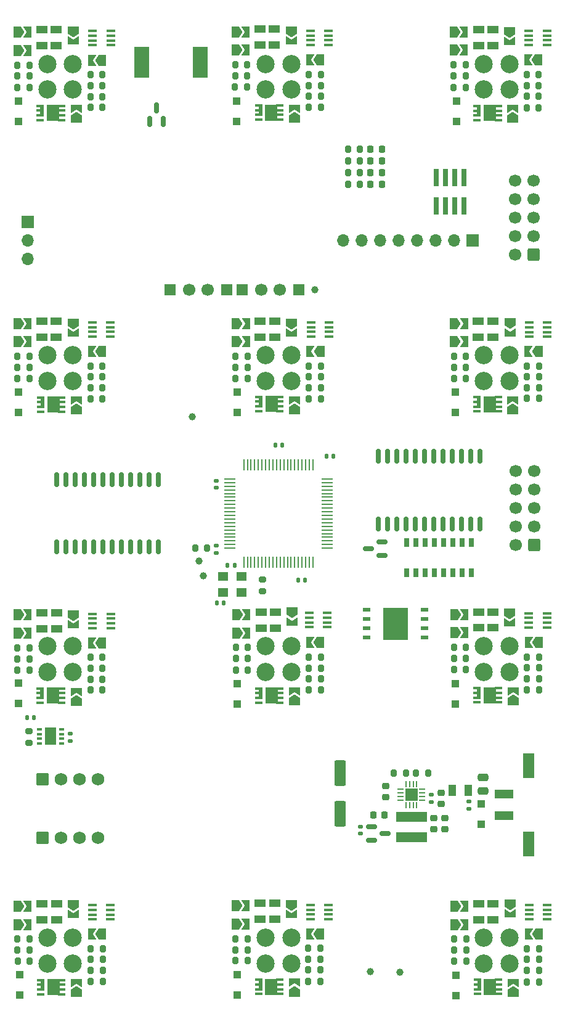
<source format=gts>
G04 #@! TF.GenerationSoftware,KiCad,Pcbnew,6.0.10-86aedd382b~118~ubuntu20.04.1*
G04 #@! TF.CreationDate,2023-01-07T15:43:11+01:00*
G04 #@! TF.ProjectId,IOB_V3,494f425f-5633-42e6-9b69-6361645f7063,rev?*
G04 #@! TF.SameCoordinates,Original*
G04 #@! TF.FileFunction,Soldermask,Top*
G04 #@! TF.FilePolarity,Negative*
%FSLAX46Y46*%
G04 Gerber Fmt 4.6, Leading zero omitted, Abs format (unit mm)*
G04 Created by KiCad (PCBNEW 6.0.10-86aedd382b~118~ubuntu20.04.1) date 2023-01-07 15:43:11*
%MOMM*%
%LPD*%
G01*
G04 APERTURE LIST*
G04 Aperture macros list*
%AMRoundRect*
0 Rectangle with rounded corners*
0 $1 Rounding radius*
0 $2 $3 $4 $5 $6 $7 $8 $9 X,Y pos of 4 corners*
0 Add a 4 corners polygon primitive as box body*
4,1,4,$2,$3,$4,$5,$6,$7,$8,$9,$2,$3,0*
0 Add four circle primitives for the rounded corners*
1,1,$1+$1,$2,$3*
1,1,$1+$1,$4,$5*
1,1,$1+$1,$6,$7*
1,1,$1+$1,$8,$9*
0 Add four rect primitives between the rounded corners*
20,1,$1+$1,$2,$3,$4,$5,0*
20,1,$1+$1,$4,$5,$6,$7,0*
20,1,$1+$1,$6,$7,$8,$9,0*
20,1,$1+$1,$8,$9,$2,$3,0*%
%AMFreePoly0*
4,1,6,1.000000,0.000000,0.500000,-0.750000,-0.500000,-0.750000,-0.500000,0.750000,0.500000,0.750000,1.000000,0.000000,1.000000,0.000000,$1*%
%AMFreePoly1*
4,1,6,0.500000,-0.750000,-0.650000,-0.750000,-0.150000,0.000000,-0.650000,0.750000,0.500000,0.750000,0.500000,-0.750000,0.500000,-0.750000,$1*%
G04 Aperture macros list end*
%ADD10RoundRect,0.062500X0.062500X-0.675000X0.062500X0.675000X-0.062500X0.675000X-0.062500X-0.675000X0*%
%ADD11RoundRect,0.062500X0.675000X-0.062500X0.675000X0.062500X-0.675000X0.062500X-0.675000X-0.062500X0*%
%ADD12R,1.200000X0.450000*%
%ADD13RoundRect,0.062500X0.325000X0.062500X-0.325000X0.062500X-0.325000X-0.062500X0.325000X-0.062500X0*%
%ADD14RoundRect,0.062500X0.062500X0.325000X-0.062500X0.325000X-0.062500X-0.325000X0.062500X-0.325000X0*%
%ADD15R,1.750000X1.750000*%
%ADD16RoundRect,0.140000X-0.140000X-0.170000X0.140000X-0.170000X0.140000X0.170000X-0.140000X0.170000X0*%
%ADD17RoundRect,0.200000X0.200000X0.275000X-0.200000X0.275000X-0.200000X-0.275000X0.200000X-0.275000X0*%
%ADD18RoundRect,0.200000X-0.200000X-0.275000X0.200000X-0.275000X0.200000X0.275000X-0.200000X0.275000X0*%
%ADD19R,0.740000X2.400000*%
%ADD20RoundRect,0.218750X0.218750X0.256250X-0.218750X0.256250X-0.218750X-0.256250X0.218750X-0.256250X0*%
%ADD21RoundRect,0.140000X0.170000X-0.140000X0.170000X0.140000X-0.170000X0.140000X-0.170000X-0.140000X0*%
%ADD22R,1.000000X0.340000*%
%ADD23R,0.500000X1.640000*%
%ADD24R,1.710000X2.290000*%
%ADD25FreePoly0,180.000000*%
%ADD26FreePoly1,180.000000*%
%ADD27R,1.500000X1.000000*%
%ADD28FreePoly0,0.000000*%
%ADD29FreePoly1,0.000000*%
%ADD30FreePoly0,90.000000*%
%ADD31FreePoly1,90.000000*%
%ADD32R,1.000000X0.500000*%
%ADD33R,3.500000X4.500000*%
%ADD34FreePoly0,270.000000*%
%ADD35FreePoly1,270.000000*%
%ADD36R,1.100000X1.100000*%
%ADD37RoundRect,0.150000X0.587500X0.150000X-0.587500X0.150000X-0.587500X-0.150000X0.587500X-0.150000X0*%
%ADD38C,1.000000*%
%ADD39RoundRect,0.150000X0.150000X-0.587500X0.150000X0.587500X-0.150000X0.587500X-0.150000X-0.587500X0*%
%ADD40R,2.000000X4.200000*%
%ADD41RoundRect,0.250000X0.550000X-1.500000X0.550000X1.500000X-0.550000X1.500000X-0.550000X-1.500000X0*%
%ADD42RoundRect,0.225000X0.250000X-0.225000X0.250000X0.225000X-0.250000X0.225000X-0.250000X-0.225000X0*%
%ADD43RoundRect,0.225000X0.225000X0.250000X-0.225000X0.250000X-0.225000X-0.250000X0.225000X-0.250000X0*%
%ADD44RoundRect,0.200000X0.275000X-0.200000X0.275000X0.200000X-0.275000X0.200000X-0.275000X-0.200000X0*%
%ADD45R,0.760000X1.270000*%
%ADD46RoundRect,0.150000X-0.587500X-0.150000X0.587500X-0.150000X0.587500X0.150000X-0.587500X0.150000X0*%
%ADD47RoundRect,0.250000X0.475000X-0.250000X0.475000X0.250000X-0.475000X0.250000X-0.475000X-0.250000X0*%
%ADD48RoundRect,0.250000X0.600000X0.600000X-0.600000X0.600000X-0.600000X-0.600000X0.600000X-0.600000X0*%
%ADD49C,1.700000*%
%ADD50RoundRect,0.150000X-0.150000X0.875000X-0.150000X-0.875000X0.150000X-0.875000X0.150000X0.875000X0*%
%ADD51R,2.540000X1.270000*%
%ADD52R,1.650000X3.430000*%
%ADD53RoundRect,0.140000X0.140000X0.170000X-0.140000X0.170000X-0.140000X-0.170000X0.140000X-0.170000X0*%
%ADD54R,4.200000X1.400000*%
%ADD55RoundRect,0.250000X-0.620000X-0.620000X0.620000X-0.620000X0.620000X0.620000X-0.620000X0.620000X0*%
%ADD56C,1.740000*%
%ADD57R,1.700000X1.700000*%
%ADD58O,1.700000X1.700000*%
%ADD59R,0.650000X0.350000*%
%ADD60R,1.550000X2.400000*%
%ADD61R,1.500000X1.500000*%
%ADD62RoundRect,0.140000X-0.170000X0.140000X-0.170000X-0.140000X0.170000X-0.140000X0.170000X0.140000X0*%
%ADD63R,1.400000X1.200000*%
%ADD64RoundRect,0.225000X-0.250000X0.225000X-0.250000X-0.225000X0.250000X-0.225000X0.250000X0.225000X0*%
%ADD65R,1.000000X1.500000*%
%ADD66C,2.500000*%
G04 APERTURE END LIST*
D10*
X105250000Y-106687500D03*
X105750000Y-106687500D03*
X106250000Y-106687500D03*
X106750000Y-106687500D03*
X107250000Y-106687500D03*
X107750000Y-106687500D03*
X108250000Y-106687500D03*
X108750000Y-106687500D03*
X109250000Y-106687500D03*
X109750000Y-106687500D03*
X110250000Y-106687500D03*
X110750000Y-106687500D03*
X111250000Y-106687500D03*
X111750000Y-106687500D03*
X112250000Y-106687500D03*
X112750000Y-106687500D03*
X113250000Y-106687500D03*
X113750000Y-106687500D03*
X114250000Y-106687500D03*
X114750000Y-106687500D03*
D11*
X116687500Y-104750000D03*
X116687500Y-104250000D03*
X116687500Y-103750000D03*
X116687500Y-103250000D03*
X116687500Y-102750000D03*
X116687500Y-102250000D03*
X116687500Y-101750000D03*
X116687500Y-101250000D03*
X116687500Y-100750000D03*
X116687500Y-100250000D03*
X116687500Y-99750000D03*
X116687500Y-99250000D03*
X116687500Y-98750000D03*
X116687500Y-98250000D03*
X116687500Y-97750000D03*
X116687500Y-97250000D03*
X116687500Y-96750000D03*
X116687500Y-96250000D03*
X116687500Y-95750000D03*
X116687500Y-95250000D03*
D10*
X114750000Y-93312500D03*
X114250000Y-93312500D03*
X113750000Y-93312500D03*
X113250000Y-93312500D03*
X112750000Y-93312500D03*
X112250000Y-93312500D03*
X111750000Y-93312500D03*
X111250000Y-93312500D03*
X110750000Y-93312500D03*
X110250000Y-93312500D03*
X109750000Y-93312500D03*
X109250000Y-93312500D03*
X108750000Y-93312500D03*
X108250000Y-93312500D03*
X107750000Y-93312500D03*
X107250000Y-93312500D03*
X106750000Y-93312500D03*
X106250000Y-93312500D03*
X105750000Y-93312500D03*
X105250000Y-93312500D03*
D11*
X103312500Y-95250000D03*
X103312500Y-95750000D03*
X103312500Y-96250000D03*
X103312500Y-96750000D03*
X103312500Y-97250000D03*
X103312500Y-97750000D03*
X103312500Y-98250000D03*
X103312500Y-98750000D03*
X103312500Y-99250000D03*
X103312500Y-99750000D03*
X103312500Y-100250000D03*
X103312500Y-100750000D03*
X103312500Y-101250000D03*
X103312500Y-101750000D03*
X103312500Y-102250000D03*
X103312500Y-102750000D03*
X103312500Y-103250000D03*
X103312500Y-103750000D03*
X103312500Y-104250000D03*
X103312500Y-104750000D03*
D12*
X144460000Y-153765000D03*
X144460000Y-154415000D03*
X144460000Y-155065000D03*
X144460000Y-155715000D03*
X146960000Y-155715000D03*
X146960000Y-155065000D03*
X146960000Y-154415000D03*
X146960000Y-153765000D03*
X114420000Y-153745000D03*
X114420000Y-154395000D03*
X114420000Y-155045000D03*
X114420000Y-155695000D03*
X116920000Y-155695000D03*
X116920000Y-155045000D03*
X116920000Y-154395000D03*
X116920000Y-153745000D03*
X84430000Y-153795000D03*
X84430000Y-154445000D03*
X84430000Y-155095000D03*
X84430000Y-155745000D03*
X86930000Y-155745000D03*
X86930000Y-155095000D03*
X86930000Y-154445000D03*
X86930000Y-153795000D03*
X144410000Y-113695000D03*
X144410000Y-114345000D03*
X144410000Y-114995000D03*
X144410000Y-115645000D03*
X146910000Y-115645000D03*
X146910000Y-114995000D03*
X146910000Y-114345000D03*
X146910000Y-113695000D03*
X114240000Y-113645000D03*
X114240000Y-114295000D03*
X114240000Y-114945000D03*
X114240000Y-115595000D03*
X116740000Y-115595000D03*
X116740000Y-114945000D03*
X116740000Y-114295000D03*
X116740000Y-113645000D03*
X84450000Y-113775000D03*
X84450000Y-114425000D03*
X84450000Y-115075000D03*
X84450000Y-115725000D03*
X86950000Y-115725000D03*
X86950000Y-115075000D03*
X86950000Y-114425000D03*
X86950000Y-113775000D03*
X144440000Y-73775000D03*
X144440000Y-74425000D03*
X144440000Y-75075000D03*
X144440000Y-75725000D03*
X146940000Y-75725000D03*
X146940000Y-75075000D03*
X146940000Y-74425000D03*
X146940000Y-73775000D03*
X114470000Y-73735000D03*
X114470000Y-74385000D03*
X114470000Y-75035000D03*
X114470000Y-75685000D03*
X116970000Y-75685000D03*
X116970000Y-75035000D03*
X116970000Y-74385000D03*
X116970000Y-73735000D03*
X84440000Y-73735000D03*
X84440000Y-74385000D03*
X84440000Y-75035000D03*
X84440000Y-75685000D03*
X86940000Y-75685000D03*
X86940000Y-75035000D03*
X86940000Y-74385000D03*
X86940000Y-73735000D03*
X144410000Y-33705000D03*
X144410000Y-34355000D03*
X144410000Y-35005000D03*
X144410000Y-35655000D03*
X146910000Y-35655000D03*
X146910000Y-35005000D03*
X146910000Y-34355000D03*
X146910000Y-33705000D03*
X114420000Y-33695000D03*
X114420000Y-34345000D03*
X114420000Y-34995000D03*
X114420000Y-35645000D03*
X116920000Y-35645000D03*
X116920000Y-34995000D03*
X116920000Y-34345000D03*
X116920000Y-33695000D03*
X84450000Y-33725000D03*
X84450000Y-34375000D03*
X84450000Y-35025000D03*
X84450000Y-35675000D03*
X86950000Y-35675000D03*
X86950000Y-35025000D03*
X86950000Y-34375000D03*
X86950000Y-33725000D03*
D13*
X129737500Y-139350000D03*
X129737500Y-138850000D03*
X129737500Y-138350000D03*
X129737500Y-137850000D03*
D14*
X129025000Y-137137500D03*
X128525000Y-137137500D03*
X128025000Y-137137500D03*
X127525000Y-137137500D03*
D13*
X126812500Y-137850000D03*
X126812500Y-138350000D03*
X126812500Y-138850000D03*
X126812500Y-139350000D03*
D14*
X127525000Y-140062500D03*
X128025000Y-140062500D03*
X128525000Y-140062500D03*
X129025000Y-140062500D03*
D15*
X128275000Y-138600000D03*
D16*
X101520000Y-112250000D03*
X102480000Y-112250000D03*
D17*
X85850000Y-164250000D03*
X84200000Y-164250000D03*
D18*
X144175000Y-161250000D03*
X145825000Y-161250000D03*
X134125000Y-119850000D03*
X135775000Y-119850000D03*
D19*
X131670000Y-57750000D03*
X131670000Y-53850000D03*
X132940000Y-57750000D03*
X132940000Y-53850000D03*
X134210000Y-57750000D03*
X134210000Y-53850000D03*
X135480000Y-57750000D03*
X135480000Y-53850000D03*
D20*
X124237500Y-54800000D03*
X122662500Y-54800000D03*
D21*
X101500000Y-105380000D03*
X101500000Y-104420000D03*
D17*
X127525000Y-135650000D03*
X125875000Y-135650000D03*
X145825000Y-124175000D03*
X144175000Y-124175000D03*
X145775000Y-44250000D03*
X144125000Y-44250000D03*
D18*
X84175000Y-122750000D03*
X85825000Y-122750000D03*
X134125000Y-118350000D03*
X135775000Y-118350000D03*
X144175000Y-162750000D03*
X145825000Y-162750000D03*
D22*
X77290000Y-124675000D03*
X77290000Y-124025000D03*
X77290000Y-125325000D03*
D23*
X77540000Y-124675000D03*
D22*
X77290000Y-125975000D03*
X80190000Y-124025000D03*
X80190000Y-125325000D03*
X80190000Y-125975000D03*
D24*
X79035000Y-125000000D03*
D22*
X80190000Y-124675000D03*
D25*
X145750000Y-37700000D03*
D26*
X144300000Y-37700000D03*
D20*
X124237500Y-51550000D03*
X122662500Y-51550000D03*
D27*
X107450000Y-33475000D03*
X107450000Y-35675000D03*
D17*
X75775000Y-41450000D03*
X74125000Y-41450000D03*
D28*
X74125000Y-116450000D03*
D29*
X75575000Y-116450000D03*
D30*
X82250000Y-165875000D03*
D31*
X82250000Y-164425000D03*
D18*
X144125000Y-42700000D03*
X145775000Y-42700000D03*
D27*
X107625000Y-113550000D03*
X107625000Y-115750000D03*
D32*
X130100000Y-117015000D03*
X130100000Y-115745000D03*
X130100000Y-114475000D03*
X130100000Y-113205000D03*
X122100000Y-113205000D03*
X122100000Y-114475000D03*
X122100000Y-115745000D03*
X122100000Y-117015000D03*
D33*
X126100000Y-115110000D03*
D18*
X114175000Y-42700000D03*
X115825000Y-42700000D03*
D17*
X135725000Y-41450000D03*
X134075000Y-41450000D03*
D34*
X141860000Y-153525000D03*
D35*
X141860000Y-154975000D03*
D18*
X104125000Y-78400000D03*
X105775000Y-78400000D03*
X144125000Y-39700000D03*
X145775000Y-39700000D03*
D25*
X145800000Y-77725000D03*
D26*
X144350000Y-77725000D03*
D25*
X145825000Y-117675000D03*
D26*
X144375000Y-117675000D03*
D17*
X105750000Y-161400000D03*
X104100000Y-161400000D03*
D28*
X74150000Y-153950000D03*
D29*
X75600000Y-153950000D03*
D36*
X134325000Y-126125000D03*
X134325000Y-123325000D03*
D25*
X85825000Y-157750000D03*
D26*
X84375000Y-157750000D03*
D28*
X104150000Y-113900000D03*
D29*
X105600000Y-113900000D03*
D18*
X134175000Y-158450000D03*
X135825000Y-158450000D03*
D27*
X107475000Y-153525000D03*
X107475000Y-155725000D03*
D30*
X112250000Y-125850000D03*
D31*
X112250000Y-124400000D03*
D30*
X142250000Y-165875000D03*
D31*
X142250000Y-164425000D03*
D34*
X111830000Y-73765000D03*
D35*
X111830000Y-75215000D03*
D37*
X124262500Y-105775000D03*
X124262500Y-103875000D03*
X122387500Y-104825000D03*
D34*
X111800000Y-33615000D03*
D35*
X111800000Y-35065000D03*
D38*
X99725000Y-108550000D03*
D23*
X77540000Y-44650000D03*
D22*
X77290000Y-45300000D03*
X77290000Y-44000000D03*
X77290000Y-44650000D03*
X77290000Y-45950000D03*
D24*
X79035000Y-44975000D03*
D22*
X80190000Y-45950000D03*
X80190000Y-44650000D03*
X80190000Y-44000000D03*
X80190000Y-45300000D03*
D18*
X114175000Y-82725000D03*
X115825000Y-82725000D03*
D28*
X104125000Y-76400000D03*
D29*
X105575000Y-76400000D03*
D17*
X105800000Y-121475000D03*
X104150000Y-121475000D03*
D36*
X134400000Y-166200000D03*
X134400000Y-163400000D03*
D21*
X121275000Y-143955000D03*
X121275000Y-142995000D03*
D27*
X77500000Y-33525000D03*
X77500000Y-35725000D03*
D28*
X74100000Y-73900000D03*
D29*
X75550000Y-73900000D03*
D18*
X104075000Y-39875000D03*
X105725000Y-39875000D03*
D39*
X92325000Y-46162500D03*
X94225000Y-46162500D03*
X93275000Y-44287500D03*
D18*
X84175000Y-81225000D03*
X85825000Y-81225000D03*
X114175000Y-121225000D03*
X115825000Y-121225000D03*
X134125000Y-78400000D03*
X135775000Y-78400000D03*
D27*
X79525000Y-153575000D03*
X79525000Y-155775000D03*
D17*
X105700000Y-41425000D03*
X104050000Y-41425000D03*
D18*
X104100000Y-158400000D03*
X105750000Y-158400000D03*
D17*
X100225000Y-104750000D03*
X98575000Y-104750000D03*
D34*
X111860000Y-113410000D03*
D35*
X111860000Y-114860000D03*
D27*
X109575000Y-113550000D03*
X109575000Y-115750000D03*
D18*
X144175000Y-119700000D03*
X145825000Y-119700000D03*
D38*
X98200000Y-86700000D03*
D25*
X145825000Y-157750000D03*
D26*
X144375000Y-157750000D03*
D16*
X109610000Y-90600000D03*
X110570000Y-90600000D03*
D28*
X74100000Y-36400000D03*
D29*
X75550000Y-36400000D03*
D21*
X81412500Y-131205000D03*
X81412500Y-130245000D03*
D17*
X75775000Y-81475000D03*
X74125000Y-81475000D03*
D25*
X85775000Y-37725000D03*
D26*
X84325000Y-37725000D03*
D40*
X91250000Y-38000000D03*
X99250000Y-38000000D03*
D18*
X144175000Y-159750000D03*
X145825000Y-159750000D03*
D28*
X104075000Y-36350000D03*
D29*
X105525000Y-36350000D03*
D34*
X81850000Y-153580000D03*
D35*
X81850000Y-155030000D03*
D22*
X137315000Y-125275000D03*
X137315000Y-124625000D03*
D23*
X137565000Y-124625000D03*
D22*
X137315000Y-123975000D03*
X137315000Y-125925000D03*
X140215000Y-124625000D03*
X140215000Y-125925000D03*
X140215000Y-123975000D03*
X140215000Y-125275000D03*
D24*
X139060000Y-124950000D03*
D27*
X109500000Y-153525000D03*
X109500000Y-155725000D03*
D17*
X75825000Y-161475000D03*
X74175000Y-161475000D03*
D18*
X119575000Y-53175000D03*
X121225000Y-53175000D03*
D41*
X118500000Y-141250000D03*
X118500000Y-135650000D03*
D18*
X114125000Y-159700000D03*
X115775000Y-159700000D03*
D30*
X82250000Y-125875000D03*
D31*
X82250000Y-124425000D03*
D42*
X132350000Y-139875000D03*
X132350000Y-138325000D03*
D36*
X134450000Y-46125000D03*
X134450000Y-43325000D03*
D28*
X104075000Y-153850000D03*
D29*
X105525000Y-153850000D03*
D22*
X77340000Y-164050000D03*
D23*
X77590000Y-164700000D03*
D22*
X77340000Y-164700000D03*
X77340000Y-165350000D03*
X77340000Y-166000000D03*
X80240000Y-164700000D03*
D24*
X79085000Y-165025000D03*
D22*
X80240000Y-165350000D03*
X80240000Y-164050000D03*
X80240000Y-166000000D03*
D18*
X114175000Y-39700000D03*
X115825000Y-39700000D03*
D43*
X124575000Y-141400000D03*
X123025000Y-141400000D03*
D18*
X104125000Y-79925000D03*
X105775000Y-79925000D03*
D28*
X74125000Y-76400000D03*
D29*
X75575000Y-76400000D03*
D44*
X75737500Y-131500000D03*
X75737500Y-129850000D03*
D17*
X85825000Y-124250000D03*
X84175000Y-124250000D03*
D28*
X134175000Y-153900000D03*
D29*
X135625000Y-153900000D03*
D27*
X139500000Y-113500000D03*
X139500000Y-115700000D03*
X77500000Y-73550000D03*
X77500000Y-75750000D03*
D18*
X144175000Y-122650000D03*
X145825000Y-122650000D03*
X114125000Y-162675000D03*
X115775000Y-162675000D03*
D22*
X107290000Y-43950000D03*
D23*
X107540000Y-44600000D03*
D22*
X107290000Y-44600000D03*
X107290000Y-45250000D03*
X107290000Y-45900000D03*
D24*
X109035000Y-44925000D03*
D22*
X110190000Y-45250000D03*
X110190000Y-44600000D03*
X110190000Y-45900000D03*
X110190000Y-43950000D03*
D18*
X144175000Y-121175000D03*
X145825000Y-121175000D03*
D17*
X145825000Y-84200000D03*
X144175000Y-84200000D03*
D34*
X81840000Y-73755000D03*
D35*
X81840000Y-75205000D03*
D25*
X115750000Y-157700000D03*
D26*
X114300000Y-157700000D03*
D18*
X84175000Y-39750000D03*
X85825000Y-39750000D03*
D45*
X127605000Y-108100000D03*
X128875000Y-108100000D03*
X130145000Y-108100000D03*
X131415000Y-108100000D03*
X132685000Y-108100000D03*
X133955000Y-108100000D03*
X135225000Y-108100000D03*
X136495000Y-108100000D03*
X136495000Y-104000000D03*
X135225000Y-104000000D03*
X133955000Y-104000000D03*
X132685000Y-104000000D03*
X131415000Y-104000000D03*
X130145000Y-104000000D03*
X128875000Y-104000000D03*
X127605000Y-104000000D03*
D17*
X135775000Y-81450000D03*
X134125000Y-81450000D03*
D22*
X77340000Y-84700000D03*
X77340000Y-84050000D03*
X77340000Y-85350000D03*
D23*
X77590000Y-84700000D03*
D22*
X77340000Y-86000000D03*
X80240000Y-84050000D03*
X80240000Y-84700000D03*
X80240000Y-86000000D03*
D24*
X79085000Y-85025000D03*
D22*
X80240000Y-85350000D03*
D18*
X84200000Y-162750000D03*
X85850000Y-162750000D03*
D38*
X99075000Y-106550000D03*
D18*
X74150000Y-159950000D03*
X75800000Y-159950000D03*
X119575000Y-51550000D03*
X121225000Y-51550000D03*
D17*
X115775000Y-164225000D03*
X114125000Y-164225000D03*
D28*
X134125000Y-116350000D03*
D29*
X135575000Y-116350000D03*
D30*
X142200000Y-45825000D03*
D31*
X142200000Y-44375000D03*
D17*
X145825000Y-164300000D03*
X144175000Y-164300000D03*
D27*
X139475000Y-33525000D03*
X139475000Y-35725000D03*
D30*
X142200000Y-85825000D03*
D31*
X142200000Y-84375000D03*
D18*
X74125000Y-39900000D03*
X75775000Y-39900000D03*
D46*
X122812500Y-142975000D03*
X122812500Y-144875000D03*
X124687500Y-143925000D03*
D18*
X119580000Y-49915000D03*
X121230000Y-49915000D03*
X144175000Y-82725000D03*
X145825000Y-82725000D03*
D17*
X115825000Y-44200000D03*
X114175000Y-44200000D03*
D27*
X79475000Y-73550000D03*
X79475000Y-75750000D03*
D34*
X141780000Y-33700000D03*
D35*
X141780000Y-35150000D03*
D27*
X139500000Y-73550000D03*
X139500000Y-75750000D03*
D25*
X115800000Y-117725000D03*
D26*
X114350000Y-117725000D03*
D47*
X138100000Y-138125000D03*
X138100000Y-136225000D03*
D34*
X81800000Y-33575000D03*
D35*
X81800000Y-35025000D03*
D30*
X82225000Y-45850000D03*
D31*
X82225000Y-44400000D03*
D18*
X134075000Y-39850000D03*
X135725000Y-39850000D03*
D28*
X74125000Y-113900000D03*
D29*
X75575000Y-113900000D03*
D48*
X145112500Y-64460000D03*
D49*
X142572500Y-64460000D03*
X145112500Y-61920000D03*
X142572500Y-61920000D03*
X145112500Y-59380000D03*
X142572500Y-59380000D03*
X145112500Y-56840000D03*
X142572500Y-56840000D03*
X145112500Y-54300000D03*
X142572500Y-54300000D03*
D34*
X141840000Y-73705000D03*
D35*
X141840000Y-75155000D03*
D18*
X144175000Y-79725000D03*
X145825000Y-79725000D03*
X74125000Y-78400000D03*
X75775000Y-78400000D03*
D36*
X134350000Y-86100000D03*
X134350000Y-83300000D03*
D18*
X74125000Y-38400000D03*
X75775000Y-38400000D03*
D36*
X74450000Y-166150000D03*
X74450000Y-163350000D03*
X74300000Y-126100000D03*
X74300000Y-123300000D03*
D27*
X137500000Y-113500000D03*
X137500000Y-115700000D03*
D20*
X124237500Y-53175000D03*
X122662500Y-53175000D03*
D50*
X137735000Y-92100000D03*
X136465000Y-92100000D03*
X135195000Y-92100000D03*
X133925000Y-92100000D03*
X132655000Y-92100000D03*
X131385000Y-92100000D03*
X130115000Y-92100000D03*
X128845000Y-92100000D03*
X127575000Y-92100000D03*
X126305000Y-92100000D03*
X125035000Y-92100000D03*
X123765000Y-92100000D03*
X123765000Y-101400000D03*
X125035000Y-101400000D03*
X126305000Y-101400000D03*
X127575000Y-101400000D03*
X128845000Y-101400000D03*
X130115000Y-101400000D03*
X131385000Y-101400000D03*
X132655000Y-101400000D03*
X133925000Y-101400000D03*
X135195000Y-101400000D03*
X136465000Y-101400000D03*
X137735000Y-101400000D03*
D18*
X74150000Y-158450000D03*
X75800000Y-158450000D03*
X84225000Y-159750000D03*
X85875000Y-159750000D03*
D34*
X141810000Y-113505000D03*
D35*
X141810000Y-114955000D03*
D38*
X126700000Y-162950000D03*
D18*
X104150000Y-118400000D03*
X105800000Y-118400000D03*
D30*
X112200000Y-165825000D03*
D31*
X112200000Y-164375000D03*
D17*
X115825000Y-84250000D03*
X114175000Y-84250000D03*
D18*
X84175000Y-121250000D03*
X85825000Y-121250000D03*
D17*
X75775000Y-121500000D03*
X74125000Y-121500000D03*
D51*
X140980000Y-138500000D03*
X140980000Y-141500000D03*
D52*
X144400000Y-134615000D03*
X144400000Y-145385000D03*
D25*
X115825000Y-77725000D03*
D26*
X114375000Y-77725000D03*
D22*
X107315000Y-83975000D03*
X107315000Y-84625000D03*
D23*
X107565000Y-84625000D03*
D22*
X107315000Y-85275000D03*
X107315000Y-85925000D03*
X110215000Y-83975000D03*
X110215000Y-85275000D03*
X110215000Y-85925000D03*
X110215000Y-84625000D03*
D24*
X109060000Y-84950000D03*
D27*
X79500000Y-113600000D03*
X79500000Y-115800000D03*
D18*
X114175000Y-41225000D03*
X115825000Y-41225000D03*
D53*
X76417500Y-128000000D03*
X75457500Y-128000000D03*
D54*
X128275000Y-141650000D03*
X128275000Y-144450000D03*
D17*
X85825000Y-84250000D03*
X84175000Y-84250000D03*
D27*
X137500000Y-153600000D03*
X137500000Y-155800000D03*
D42*
X124725000Y-138975000D03*
X124725000Y-137425000D03*
D25*
X85800000Y-77725000D03*
D26*
X84350000Y-77725000D03*
D28*
X74100000Y-33900000D03*
D29*
X75550000Y-33900000D03*
D18*
X74150000Y-79900000D03*
X75800000Y-79900000D03*
D28*
X134125000Y-113850000D03*
D29*
X135575000Y-113850000D03*
D17*
X115825000Y-124250000D03*
X114175000Y-124250000D03*
X85825000Y-44225000D03*
X84175000Y-44225000D03*
D25*
X85775000Y-117750000D03*
D26*
X84325000Y-117750000D03*
D55*
X77590000Y-136450000D03*
D56*
X80130000Y-136450000D03*
X82670000Y-136450000D03*
X85210000Y-136450000D03*
D57*
X136725000Y-62450000D03*
D58*
X134185000Y-62450000D03*
X131645000Y-62450000D03*
X129105000Y-62450000D03*
X126565000Y-62450000D03*
X124025000Y-62450000D03*
X121485000Y-62450000D03*
X118945000Y-62450000D03*
D59*
X80237500Y-131575000D03*
X80237500Y-130925000D03*
X80237500Y-130275000D03*
X80237500Y-129625000D03*
X77137500Y-129625000D03*
X77137500Y-130275000D03*
X77137500Y-130925000D03*
X77137500Y-131575000D03*
D60*
X78687500Y-130600000D03*
D36*
X104350000Y-166125000D03*
X104350000Y-163325000D03*
D18*
X144125000Y-41200000D03*
X145775000Y-41200000D03*
X134125000Y-79900000D03*
X135775000Y-79900000D03*
D17*
X105775000Y-81475000D03*
X104125000Y-81475000D03*
D16*
X116620000Y-92100000D03*
X117580000Y-92100000D03*
D27*
X79475000Y-33550000D03*
X79475000Y-35750000D03*
X107475000Y-73550000D03*
X107475000Y-75750000D03*
D34*
X81830000Y-113765000D03*
D35*
X81830000Y-115215000D03*
D18*
X128925000Y-135650000D03*
X130575000Y-135650000D03*
D28*
X134175000Y-156450000D03*
D29*
X135625000Y-156450000D03*
D18*
X74125000Y-119950000D03*
X75775000Y-119950000D03*
D55*
X77590000Y-144550000D03*
D56*
X80130000Y-144550000D03*
X82670000Y-144550000D03*
X85210000Y-144550000D03*
D57*
X75525000Y-59925000D03*
D58*
X75525000Y-62465000D03*
X75525000Y-65005000D03*
D28*
X74150000Y-156450000D03*
D29*
X75600000Y-156450000D03*
D18*
X84175000Y-79725000D03*
X85825000Y-79725000D03*
D27*
X137475000Y-73550000D03*
X137475000Y-75750000D03*
D21*
X101500000Y-96480000D03*
X101500000Y-95520000D03*
D38*
X122675000Y-162900000D03*
D18*
X134075000Y-38350000D03*
X135725000Y-38350000D03*
D36*
X104375000Y-126125000D03*
X104375000Y-123325000D03*
D30*
X112225000Y-45800000D03*
D31*
X112225000Y-44350000D03*
D21*
X130975000Y-139580000D03*
X130975000Y-138620000D03*
D27*
X109450000Y-33475000D03*
X109450000Y-35675000D03*
X139500000Y-153600000D03*
X139500000Y-155800000D03*
D18*
X114125000Y-161200000D03*
X115775000Y-161200000D03*
D38*
X115000000Y-69250000D03*
D18*
X84175000Y-82700000D03*
X85825000Y-82700000D03*
D30*
X142250000Y-125800000D03*
D31*
X142250000Y-124350000D03*
D49*
X100295000Y-69300000D03*
D61*
X102925000Y-69300000D03*
D49*
X97755000Y-69300000D03*
D61*
X95125000Y-69300000D03*
D27*
X137500000Y-33525000D03*
X137500000Y-35725000D03*
D36*
X104300000Y-46150000D03*
X104300000Y-43350000D03*
D22*
X137315000Y-45325000D03*
D23*
X137565000Y-44675000D03*
D22*
X137315000Y-44025000D03*
X137315000Y-44675000D03*
X137315000Y-45975000D03*
D24*
X139060000Y-45000000D03*
D22*
X140215000Y-44675000D03*
X140215000Y-44025000D03*
X140215000Y-45975000D03*
X140215000Y-45325000D03*
D36*
X74325000Y-86150000D03*
X74325000Y-83350000D03*
D28*
X104125000Y-73900000D03*
D29*
X105575000Y-73900000D03*
D18*
X104100000Y-159900000D03*
X105750000Y-159900000D03*
D27*
X77500000Y-113600000D03*
X77500000Y-115800000D03*
D62*
X136150000Y-139570000D03*
X136150000Y-140530000D03*
D18*
X84175000Y-119750000D03*
X85825000Y-119750000D03*
D23*
X137590000Y-164675000D03*
D22*
X137340000Y-164025000D03*
X137340000Y-165325000D03*
X137340000Y-164675000D03*
X137340000Y-165975000D03*
X140240000Y-165325000D03*
X140240000Y-164675000D03*
X140240000Y-164025000D03*
X140240000Y-165975000D03*
D24*
X139085000Y-165000000D03*
D28*
X134075000Y-36350000D03*
D29*
X135525000Y-36350000D03*
D63*
X102380000Y-110850000D03*
X104920000Y-110850000D03*
X104920000Y-108650000D03*
X102380000Y-108650000D03*
D64*
X131325000Y-141825000D03*
X131325000Y-143375000D03*
D65*
X136125000Y-138025000D03*
X133925000Y-138025000D03*
D22*
X137305000Y-84025000D03*
X137305000Y-84675000D03*
D23*
X137555000Y-84675000D03*
D22*
X137305000Y-85325000D03*
X137305000Y-85975000D03*
X140205000Y-84025000D03*
X140205000Y-85975000D03*
X140205000Y-85325000D03*
X140205000Y-84675000D03*
D24*
X139050000Y-85000000D03*
D18*
X144175000Y-81225000D03*
X145825000Y-81225000D03*
X104150000Y-119875000D03*
X105800000Y-119875000D03*
D20*
X124237500Y-49925000D03*
X122662500Y-49925000D03*
D18*
X114175000Y-81225000D03*
X115825000Y-81225000D03*
D27*
X77500000Y-153575000D03*
X77500000Y-155775000D03*
D36*
X137900000Y-139875000D03*
X137900000Y-142675000D03*
D18*
X114175000Y-119725000D03*
X115825000Y-119725000D03*
D36*
X74325000Y-46125000D03*
X74325000Y-43325000D03*
D18*
X84175000Y-41250000D03*
X85825000Y-41250000D03*
D28*
X104150000Y-116400000D03*
D29*
X105600000Y-116400000D03*
D17*
X135825000Y-161500000D03*
X134175000Y-161500000D03*
D64*
X132875000Y-141825000D03*
X132875000Y-143375000D03*
D53*
X103980000Y-107100000D03*
X103020000Y-107100000D03*
D30*
X112250000Y-85850000D03*
D31*
X112250000Y-84400000D03*
D28*
X134100000Y-73900000D03*
D29*
X135550000Y-73900000D03*
D18*
X104075000Y-38350000D03*
X105725000Y-38350000D03*
X119575000Y-54800000D03*
X121225000Y-54800000D03*
D27*
X109500000Y-73550000D03*
X109500000Y-75750000D03*
D30*
X82250000Y-85850000D03*
D31*
X82250000Y-84400000D03*
D22*
X107290000Y-165325000D03*
D23*
X107540000Y-164675000D03*
D22*
X107290000Y-164675000D03*
X107290000Y-164025000D03*
X107290000Y-165975000D03*
X110190000Y-164025000D03*
X110190000Y-165325000D03*
X110190000Y-164675000D03*
D24*
X109035000Y-165000000D03*
D22*
X110190000Y-165975000D03*
D18*
X134175000Y-159950000D03*
X135825000Y-159950000D03*
D22*
X107315000Y-124000000D03*
X107315000Y-125300000D03*
D23*
X107565000Y-124650000D03*
D22*
X107315000Y-124650000D03*
X107315000Y-125950000D03*
X110215000Y-124650000D03*
D24*
X109060000Y-124975000D03*
D22*
X110215000Y-124000000D03*
X110215000Y-125300000D03*
X110215000Y-125950000D03*
D18*
X84175000Y-42750000D03*
X85825000Y-42750000D03*
D25*
X115775000Y-37675000D03*
D26*
X114325000Y-37675000D03*
D18*
X114175000Y-122725000D03*
X115825000Y-122725000D03*
D28*
X104075000Y-156400000D03*
D29*
X105525000Y-156400000D03*
D28*
X134075000Y-33850000D03*
D29*
X135525000Y-33850000D03*
D18*
X84225000Y-161250000D03*
X85875000Y-161250000D03*
D28*
X104075000Y-33850000D03*
D29*
X105525000Y-33850000D03*
D36*
X104325000Y-86150000D03*
X104325000Y-83350000D03*
D44*
X107790000Y-110685000D03*
X107790000Y-109035000D03*
D34*
X111820000Y-153570000D03*
D35*
X111820000Y-155020000D03*
D28*
X134100000Y-76400000D03*
D29*
X135550000Y-76400000D03*
D53*
X113680000Y-109100000D03*
X112720000Y-109100000D03*
D50*
X93485000Y-95300000D03*
X92215000Y-95300000D03*
X90945000Y-95300000D03*
X89675000Y-95300000D03*
X88405000Y-95300000D03*
X87135000Y-95300000D03*
X85865000Y-95300000D03*
X84595000Y-95300000D03*
X83325000Y-95300000D03*
X82055000Y-95300000D03*
X80785000Y-95300000D03*
X79515000Y-95300000D03*
X79515000Y-104600000D03*
X80785000Y-104600000D03*
X82055000Y-104600000D03*
X83325000Y-104600000D03*
X84595000Y-104600000D03*
X85865000Y-104600000D03*
X87135000Y-104600000D03*
X88405000Y-104600000D03*
X89675000Y-104600000D03*
X90945000Y-104600000D03*
X92215000Y-104600000D03*
X93485000Y-104600000D03*
D17*
X135775000Y-121400000D03*
X134125000Y-121400000D03*
D18*
X114175000Y-79750000D03*
X115825000Y-79750000D03*
D61*
X105050000Y-69300000D03*
D49*
X107680000Y-69300000D03*
X110220000Y-69300000D03*
D61*
X112850000Y-69300000D03*
D48*
X145152500Y-104310000D03*
D49*
X142612500Y-104310000D03*
X145152500Y-101770000D03*
X142612500Y-101770000D03*
X145152500Y-99230000D03*
X142612500Y-99230000D03*
X145152500Y-96690000D03*
X142612500Y-96690000D03*
X145152500Y-94150000D03*
X142612500Y-94150000D03*
D18*
X74125000Y-118450000D03*
X75775000Y-118450000D03*
D66*
X78232233Y-118232233D03*
X81767767Y-118232233D03*
X81767767Y-121767767D03*
X78232233Y-121767767D03*
X78232233Y-158232233D03*
X81767767Y-158232233D03*
X81767767Y-161767767D03*
X78232233Y-161767767D03*
X138232233Y-158232233D03*
X141767767Y-158232233D03*
X141767767Y-161767767D03*
X138232233Y-161767767D03*
X108232233Y-118232233D03*
X111767767Y-118232233D03*
X111767767Y-121767767D03*
X108232233Y-121767767D03*
X138232233Y-38232233D03*
X141767767Y-38232233D03*
X141767767Y-41767767D03*
X138232233Y-41767767D03*
X108232233Y-158232233D03*
X111767767Y-158232233D03*
X111767767Y-161767767D03*
X108232233Y-161767767D03*
X108232233Y-38232233D03*
X111767767Y-38232233D03*
X111767767Y-41767767D03*
X108232233Y-41767767D03*
X78232233Y-38232233D03*
X81767767Y-38232233D03*
X81767767Y-41767767D03*
X78232233Y-41767767D03*
X78232233Y-78232233D03*
X81767767Y-78232233D03*
X81767767Y-81767767D03*
X78232233Y-81767767D03*
X138232233Y-78232233D03*
X141767767Y-78232233D03*
X141767767Y-81767767D03*
X138232233Y-81767767D03*
X108232233Y-78232233D03*
X111767767Y-78232233D03*
X111767767Y-81767767D03*
X108232233Y-81767767D03*
X138232233Y-118232233D03*
X141767767Y-118232233D03*
X141767767Y-121767767D03*
X138232233Y-121767767D03*
M02*

</source>
